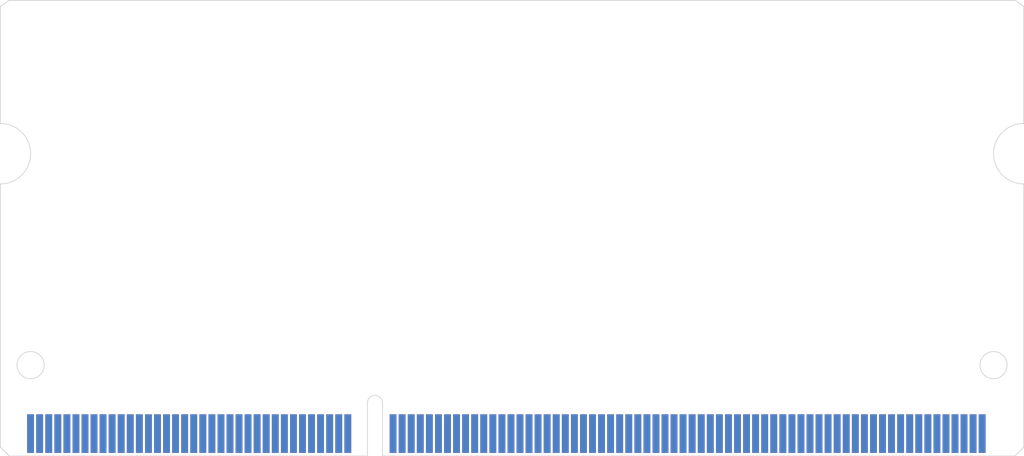
<source format=kicad_pcb>
(kicad_pcb (version 20211014) (generator pcbnew)
  (layers (0 "F.Cu" signal) (31 "B.Cu" signal) (34 "B.Paste" user) (35 "F.Paste" user) (36 "B.SilkS" user "B.Silkscreen") (37 "F.SilkS" user "F.Silkscreen") (38 "B.Mask" user) (39 "F.Mask" user) (44 "Edge.Cuts" user))
  (net 0 "")
  (net 1 "VDD")
  (net 2 "VSS")
  (net 3 "DQ15")
  (net 4 "DQ14")
  (net 5 "VTT")
  (footprint "DDR3_SODIMM:DDR3_SODIMM" (layer "F.Cu") (at 101.06 107.03)
    (fp_text reference "U1" hide)
    (fp_text value "DDR3_SODIMM_PINOUT" hide)
    (pad "1" smd rect locked (at 0 0) (size 0.45 2.55) (layers "F.Cu" "F.Paste" "F.Mask") (net 1 "VDD"))
    (pad "2" smd rect locked (at 0 0) (size 0.45 2.55) (layers "B.Cu" "B.Paste" "B.Mask") (net 2 "VSS"))
    (pad "3" smd rect locked (at 0.6 0) (size 0.45 2.55) (layers "F.Cu" "F.Paste" "F.Mask") (net 2 "VSS"))
    (pad "4" smd rect locked (at 0.6 0) (size 0.45 2.55) (layers "B.Cu" "B.Paste" "B.Mask"))
    (pad "5" smd rect locked (at 1.2 0) (size 0.45 2.55) (layers "F.Cu" "F.Paste" "F.Mask"))
    (pad "6" smd rect locked (at 1.2 0) (size 0.45 2.55) (layers "B.Cu" "B.Paste" "B.Mask"))
    (pad "7" smd rect locked (at 1.8 0) (size 0.45 2.55) (layers "F.Cu" "F.Paste" "F.Mask"))
    (pad "8" smd rect locked (at 1.8 0) (size 0.45 2.55) (layers "B.Cu" "B.Paste" "B.Mask") (net 2 "VSS"))
    (pad "9" smd rect locked (at 2.4 0) (size 0.45 2.55) (layers "F.Cu" "F.Paste" "F.Mask") (net 2 "VSS"))
    (pad "10" smd rect locked (at 2.4 0) (size 0.45 2.55) (layers "B.Cu" "B.Paste" "B.Mask"))
    (pad "11" smd rect locked (at 3 0) (size 0.45 2.55) (layers "F.Cu" "F.Paste" "F.Mask"))
    (pad "12" smd rect locked (at 3 0) (size 0.45 2.55) (layers "B.Cu" "B.Paste" "B.Mask"))
    (pad "13" smd rect locked (at 3.6 0) (size 0.45 2.55) (layers "F.Cu" "F.Paste" "F.Mask") (net 2 "VSS"))
    (pad "14" smd rect locked (at 3.6 0) (size 0.45 2.55) (layers "B.Cu" "B.Paste" "B.Mask") (net 2 "VSS"))
    (pad "15" smd rect locked (at 4.2 0) (size 0.45 2.55) (layers "F.Cu" "F.Paste" "F.Mask"))
    (pad "16" smd rect locked (at 4.2 0) (size 0.45 2.55) (layers "B.Cu" "B.Paste" "B.Mask"))
    (pad "17" smd rect locked (at 4.8 0) (size 0.45 2.55) (layers "F.Cu" "F.Paste" "F.Mask"))
    (pad "18" smd rect locked (at 4.8 0) (size 0.45 2.55) (layers "B.Cu" "B.Paste" "B.Mask"))
    (pad "19" smd rect locked (at 5.4 0) (size 0.45 2.55) (layers "F.Cu" "F.Paste" "F.Mask") (net 2 "VSS"))
    (pad "20" smd rect locked (at 5.4 0) (size 0.45 2.55) (layers "B.Cu" "B.Paste" "B.Mask") (net 2 "VSS"))
    (pad "21" smd rect locked (at 6 0) (size 0.45 2.55) (layers "F.Cu" "F.Paste" "F.Mask"))
    (pad "22" smd rect locked (at 6 0) (size 0.45 2.55) (layers "B.Cu" "B.Paste" "B.Mask"))
    (pad "23" smd rect locked (at 6.6 0) (size 0.45 2.55) (layers "F.Cu" "F.Paste" "F.Mask"))
    (pad "24" smd rect locked (at 6.6 0) (size 0.45 2.55) (layers "B.Cu" "B.Paste" "B.Mask"))
    (pad "25" smd rect locked (at 7.2 0) (size 0.45 2.55) (layers "F.Cu" "F.Paste" "F.Mask") (net 2 "VSS"))
    (pad "26" smd rect locked (at 7.2 0) (size 0.45 2.55) (layers "B.Cu" "B.Paste" "B.Mask") (net 2 "VSS"))
    (pad "27" smd rect locked (at 7.8 0) (size 0.45 2.55) (layers "F.Cu" "F.Paste" "F.Mask"))
    (pad "28" smd rect locked (at 7.8 0) (size 0.45 2.55) (layers "B.Cu" "B.Paste" "B.Mask"))
    (pad "29" smd rect locked (at 8.4 0) (size 0.45 2.55) (layers "F.Cu" "F.Paste" "F.Mask"))
    (pad "30" smd rect locked (at 8.4 0) (size 0.45 2.55) (layers "B.Cu" "B.Paste" "B.Mask") (net 3 "DQ15"))
    (pad "31" smd rect locked (at 9 0) (size 0.45 2.55) (layers "F.Cu" "F.Paste" "F.Mask") (net 2 "VSS"))
    (pad "32" smd rect locked (at 9 0) (size 0.45 2.55) (layers "B.Cu" "B.Paste" "B.Mask") (net 2 "VSS"))
    (pad "33" smd rect locked (at 9.6 0) (size 0.45 2.55) (layers "F.Cu" "F.Paste" "F.Mask"))
    (pad "34" smd rect locked (at 9.6 0) (size 0.45 2.55) (layers "B.Cu" "B.Paste" "B.Mask"))
    (pad "35" smd rect locked (at 10.2 0) (size 0.45 2.55) (layers "F.Cu" "F.Paste" "F.Mask"))
    (pad "36" smd rect locked (at 10.2 0) (size 0.45 2.55) (layers "B.Cu" "B.Paste" "B.Mask"))
    (pad "37" smd rect locked (at 10.8 0) (size 0.45 2.55) (layers "F.Cu" "F.Paste" "F.Mask") (net 2 "VSS"))
    (pad "38" smd rect locked (at 10.8 0) (size 0.45 2.55) (layers "B.Cu" "B.Paste" "B.Mask") (net 2 "VSS"))
    (pad "39" smd rect locked (at 11.4 0) (size 0.45 2.55) (layers "F.Cu" "F.Paste" "F.Mask"))
    (pad "40" smd rect locked (at 11.4 0) (size 0.45 2.55) (layers "B.Cu" "B.Paste" "B.Mask"))
    (pad "41" smd rect locked (at 12 0) (size 0.45 2.55) (layers "F.Cu" "F.Paste" "F.Mask"))
    (pad "42" smd rect locked (at 12 0) (size 0.45 2.55) (layers "B.Cu" "B.Paste" "B.Mask"))
    (pad "43" smd rect locked (at 12.6 0) (size 0.45 2.55) (layers "F.Cu" "F.Paste" "F.Mask") (net 2 "VSS"))
    (pad "44" smd rect locked (at 12.6 0) (size 0.45 2.55) (layers "B.Cu" "B.Paste" "B.Mask") (net 2 "VSS"))
    (pad "45" smd rect locked (at 13.2 0) (size 0.45 2.55) (layers "F.Cu" "F.Paste" "F.Mask"))
    (pad "46" smd rect locked (at 13.2 0) (size 0.45 2.55) (layers "B.Cu" "B.Paste" "B.Mask"))
    (pad "47" smd rect locked (at 13.8 0) (size 0.45 2.55) (layers "F.Cu" "F.Paste" "F.Mask"))
    (pad "48" smd rect locked (at 13.8 0) (size 0.45 2.55) (layers "B.Cu" "B.Paste" "B.Mask") (net 2 "VSS"))
    (pad "49" smd rect locked (at 14.4 0) (size 0.45 2.55) (layers "F.Cu" "F.Paste" "F.Mask") (net 2 "VSS"))
    (pad "50" smd rect locked (at 14.4 0) (size 0.45 2.55) (layers "B.Cu" "B.Paste" "B.Mask"))
    (pad "51" smd rect locked (at 15 0) (size 0.45 2.55) (layers "F.Cu" "F.Paste" "F.Mask"))
    (pad "52" smd rect locked (at 15 0) (size 0.45 2.55) (layers "B.Cu" "B.Paste" "B.Mask"))
    (pad "53" smd rect locked (at 15.6 0) (size 0.45 2.55) (layers "F.Cu" "F.Paste" "F.Mask"))
    (pad "54" smd rect locked (at 15.6 0) (size 0.45 2.55) (layers "B.Cu" "B.Paste" "B.Mask") (net 2 "VSS"))
    (pad "55" smd rect locked (at 16.2 0) (size 0.45 2.55) (layers "F.Cu" "F.Paste" "F.Mask") (net 2 "VSS"))
    (pad "56" smd rect locked (at 16.2 0) (size 0.45 2.55) (layers "B.Cu" "B.Paste" "B.Mask"))
    (pad "57" smd rect locked (at 16.8 0) (size 0.45 2.55) (layers "F.Cu" "F.Paste" "F.Mask"))
    (pad "58" smd rect locked (at 16.8 0) (size 0.45 2.55) (layers "B.Cu" "B.Paste" "B.Mask"))
    (pad "59" smd rect locked (at 17.4 0) (size 0.45 2.55) (layers "F.Cu" "F.Paste" "F.Mask"))
    (pad "60" smd rect locked (at 17.4 0) (size 0.45 2.55) (layers "B.Cu" "B.Paste" "B.Mask") (net 2 "VSS"))
    (pad "61" smd rect locked (at 18 0) (size 0.45 2.55) (layers "F.Cu" "F.Paste" "F.Mask") (net 2 "VSS"))
    (pad "62" smd rect locked (at 18 0) (size 0.45 2.55) (layers "B.Cu" "B.Paste" "B.Mask"))
    (pad "63" smd rect locked (at 18.6 0) (size 0.45 2.55) (layers "F.Cu" "F.Paste" "F.Mask"))
    (pad "64" smd rect locked (at 18.6 0) (size 0.45 2.55) (layers "B.Cu" "B.Paste" "B.Mask"))
    (pad "65" smd rect locked (at 19.2 0) (size 0.45 2.55) (layers "F.Cu" "F.Paste" "F.Mask") (net 2 "VSS"))
    (pad "66" smd rect locked (at 19.2 0) (size 0.45 2.55) (layers "B.Cu" "B.Paste" "B.Mask") (net 2 "VSS"))
    (pad "67" smd rect locked (at 19.8 0) (size 0.45 2.55) (layers "F.Cu" "F.Paste" "F.Mask"))
    (pad "68" smd rect locked (at 19.8 0) (size 0.45 2.55) (layers "B.Cu" "B.Paste" "B.Mask"))
    (pad "69" smd rect locked (at 20.4 0) (size 0.45 2.55) (layers "F.Cu" "F.Paste" "F.Mask"))
    (pad "70" smd rect locked (at 20.4 0) (size 0.45 2.55) (layers "B.Cu" "B.Paste" "B.Mask"))
    (pad "71" smd rect locked (at 21 0) (size 0.45 2.55) (layers "F.Cu" "F.Paste" "F.Mask") (net 2 "VSS"))
    (pad "72" smd rect locked (at 21 0) (size 0.45 2.55) (layers "B.Cu" "B.Paste" "B.Mask") (net 2 "VSS"))
    (pad "73" smd rect locked (at 24 0) (size 0.45 2.55) (layers "F.Cu" "F.Paste" "F.Mask") (net 4 "DQ14"))
    (pad "74" smd rect locked (at 24 0) (size 0.45 2.55) (layers "B.Cu" "B.Paste" "B.Mask") (net 3 "DQ15"))
    (pad "75" smd rect locked (at 24.6 0) (size 0.45 2.55) (layers "F.Cu" "F.Paste" "F.Mask") (net 1 "VDD"))
    (pad "76" smd rect locked (at 24.6 0) (size 0.45 2.55) (layers "B.Cu" "B.Paste" "B.Mask") (net 1 "VDD"))
    (pad "77" smd rect locked (at 25.2 0) (size 0.45 2.55) (layers "F.Cu" "F.Paste" "F.Mask"))
    (pad "78" smd rect locked (at 25.2 0) (size 0.45 2.55) (layers "B.Cu" "B.Paste" "B.Mask"))
    (pad "79" smd rect locked (at 25.8 0) (size 0.45 2.55) (layers "F.Cu" "F.Paste" "F.Mask") (net 3 "DQ15"))
    (pad "80" smd rect locked (at 25.8 0) (size 0.45 2.55) (layers "B.Cu" "B.Paste" "B.Mask"))
    (pad "81" smd rect locked (at 26.4 0) (size 0.45 2.55) (layers "F.Cu" "F.Paste" "F.Mask") (net 1 "VDD"))
    (pad "82" smd rect locked (at 26.4 0) (size 0.45 2.55) (layers "B.Cu" "B.Paste" "B.Mask") (net 1 "VDD"))
    (pad "83" smd rect locked (at 27 0) (size 0.45 2.55) (layers "F.Cu" "F.Paste" "F.Mask"))
    (pad "84" smd rect locked (at 27 0) (size 0.45 2.55) (layers "B.Cu" "B.Paste" "B.Mask"))
    (pad "85" smd rect locked (at 27.6 0) (size 0.45 2.55) (layers "F.Cu" "F.Paste" "F.Mask"))
    (pad "86" smd rect locked (at 27.6 0) (size 0.45 2.55) (layers "B.Cu" "B.Paste" "B.Mask"))
    (pad "87" smd rect locked (at 28.2 0) (size 0.45 2.55) (layers "F.Cu" "F.Paste" "F.Mask") (net 1 "VDD"))
    (pad "88" smd rect locked (at 28.2 0) (size 0.45 2.55) (layers "B.Cu" "B.Paste" "B.Mask") (net 1 "VDD"))
    (pad "89" smd rect locked (at 28.8 0) (size 0.45 2.55) (layers "F.Cu" "F.Paste" "F.Mask"))
    (pad "90" smd rect locked (at 28.8 0) (size 0.45 2.55) (layers "B.Cu" "B.Paste" "B.Mask"))
    (pad "91" smd rect locked (at 29.4 0) (size 0.45 2.55) (layers "F.Cu" "F.Paste" "F.Mask"))
    (pad "92" smd rect locked (at 29.4 0) (size 0.45 2.55) (layers "B.Cu" "B.Paste" "B.Mask"))
    (pad "93" smd rect locked (at 30 0) (size 0.45 2.55) (layers "F.Cu" "F.Paste" "F.Mask") (net 1 "VDD"))
    (pad "94" smd rect locked (at 30 0) (size 0.45 2.55) (layers "B.Cu" "B.Paste" "B.Mask") (net 1 "VDD"))
    (pad "95" smd rect locked (at 30.6 0) (size 0.45 2.55) (layers "F.Cu" "F.Paste" "F.Mask"))
    (pad "96" smd rect locked (at 30.6 0) (size 0.45 2.55) (layers "B.Cu" "B.Paste" "B.Mask"))
    (pad "97" smd rect locked (at 31.2 0) (size 0.45 2.55) (layers "F.Cu" "F.Paste" "F.Mask"))
    (pad "98" smd rect locked (at 31.2 0) (size 0.45 2.55) (layers "B.Cu" "B.Paste" "B.Mask"))
    (pad "99" smd rect locked (at 31.8 0) (size 0.45 2.55) (layers "F.Cu" "F.Paste" "F.Mask") (net 1 "VDD"))
    (pad "100" smd rect locked (at 31.8 0) (size 0.45 2.55) (layers "B.Cu" "B.Paste" "B.Mask") (net 1 "VDD"))
    (pad "101" smd rect locked (at 32.4 0) (size 0.45 2.55) (layers "F.Cu" "F.Paste" "F.Mask") (net 4 "DQ14"))
    (pad "102" smd rect locked (at 32.4 0) (size 0.45 2.55) (layers "B.Cu" "B.Paste" "B.Mask") (net 4 "DQ14"))
    (pad "103" smd rect locked (at 33 0) (size 0.45 2.55) (layers "F.Cu" "F.Paste" "F.Mask") (net 3 "DQ15"))
    (pad "104" smd rect locked (at 33 0) (size 0.45 2.55) (layers "B.Cu" "B.Paste" "B.Mask") (net 3 "DQ15"))
    (pad "105" smd rect locked (at 33.6 0) (size 0.45 2.55) (layers "F.Cu" "F.Paste" "F.Mask") (net 1 "VDD"))
    (pad "106" smd rect locked (at 33.6 0) (size 0.45 2.55) (layers "B.Cu" "B.Paste" "B.Mask") (net 1 "VDD"))
    (pad "107" smd rect locked (at 34.2 0) (size 0.45 2.55) (layers "F.Cu" "F.Paste" "F.Mask"))
    (pad "108" smd rect locked (at 34.2 0) (size 0.45 2.55) (layers "B.Cu" "B.Paste" "B.Mask") (net 4 "DQ14"))
    (pad "109" smd rect locked (at 34.8 0) (size 0.45 2.55) (layers "F.Cu" "F.Paste" "F.Mask") (net 4 "DQ14"))
    (pad "110" smd rect locked (at 34.8 0) (size 0.45 2.55) (layers "B.Cu" "B.Paste" "B.Mask") (net 3 "DQ15"))
    (pad "111" smd rect locked (at 35.4 0) (size 0.45 2.55) (layers "F.Cu" "F.Paste" "F.Mask") (net 1 "VDD"))
    (pad "112" smd rect locked (at 35.4 0) (size 0.45 2.55) (layers "B.Cu" "B.Paste" "B.Mask") (net 1 "VDD"))
    (pad "113" smd rect locked (at 36 0) (size 0.45 2.55) (layers "F.Cu" "F.Paste" "F.Mask") (net 3 "DQ15"))
    (pad "114" smd rect locked (at 36 0) (size 0.45 2.55) (layers "B.Cu" "B.Paste" "B.Mask"))
    (pad "115" smd rect locked (at 36.6 0) (size 0.45 2.55) (layers "F.Cu" "F.Paste" "F.Mask") (net 4 "DQ14"))
    (pad "116" smd rect locked (at 36.6 0) (size 0.45 2.55) (layers "B.Cu" "B.Paste" "B.Mask") (net 4 "DQ14"))
    (pad "117" smd rect locked (at 37.2 0) (size 0.45 2.55) (layers "F.Cu" "F.Paste" "F.Mask") (net 1 "VDD"))
    (pad "118" smd rect locked (at 37.2 0) (size 0.45 2.55) (layers "B.Cu" "B.Paste" "B.Mask") (net 1 "VDD"))
    (pad "119" smd rect locked (at 37.8 0) (size 0.45 2.55) (layers "F.Cu" "F.Paste" "F.Mask"))
    (pad "120" smd rect locked (at 37.8 0) (size 0.45 2.55) (layers "B.Cu" "B.Paste" "B.Mask") (net 3 "DQ15"))
    (pad "121" smd rect locked (at 38.4 0) (size 0.45 2.55) (layers "F.Cu" "F.Paste" "F.Mask"))
    (pad "122" smd rect locked (at 38.4 0) (size 0.45 2.55) (layers "B.Cu" "B.Paste" "B.Mask"))
    (pad "123" smd rect locked (at 39 0) (size 0.45 2.55) (layers "F.Cu" "F.Paste" "F.Mask") (net 1 "VDD"))
    (pad "124" smd rect locked (at 39 0) (size 0.45 2.55) (layers "B.Cu" "B.Paste" "B.Mask") (net 1 "VDD"))
    (pad "125" smd rect locked (at 39.6 0) (size 0.45 2.55) (layers "F.Cu" "F.Paste" "F.Mask"))
    (pad "126" smd rect locked (at 39.6 0) (size 0.45 2.55) (layers "B.Cu" "B.Paste" "B.Mask") (net 1 "VDD"))
    (pad "127" smd rect locked (at 40.2 0) (size 0.45 2.55) (layers "F.Cu" "F.Paste" "F.Mask") (net 2 "VSS"))
    (pad "128" smd rect locked (at 40.2 0) (size 0.45 2.55) (layers "B.Cu" "B.Paste" "B.Mask") (net 2 "VSS"))
    (pad "129" smd rect locked (at 40.8 0) (size 0.45 2.55) (layers "F.Cu" "F.Paste" "F.Mask"))
    (pad "130" smd rect locked (at 40.8 0) (size 0.45 2.55) (layers "B.Cu" "B.Paste" "B.Mask"))
    (pad "131" smd rect locked (at 41.4 0) (size 0.45 2.55) (layers "F.Cu" "F.Paste" "F.Mask"))
    (pad "132" smd rect locked (at 41.4 0) (size 0.45 2.55) (layers "B.Cu" "B.Paste" "B.Mask"))
    (pad "133" smd rect locked (at 42 0) (size 0.45 2.55) (layers "F.Cu" "F.Paste" "F.Mask") (net 2 "VSS"))
    (pad "134" smd rect locked (at 42 0) (size 0.45 2.55) (layers "B.Cu" "B.Paste" "B.Mask") (net 2 "VSS"))
    (pad "135" smd rect locked (at 42.6 0) (size 0.45 2.55) (layers "F.Cu" "F.Paste" "F.Mask"))
    (pad "136" smd rect locked (at 42.6 0) (size 0.45 2.55) (layers "B.Cu" "B.Paste" "B.Mask"))
    (pad "137" smd rect locked (at 43.2 0) (size 0.45 2.55) (layers "F.Cu" "F.Paste" "F.Mask"))
    (pad "138" smd rect locked (at 43.2 0) (size 0.45 2.55) (layers "B.Cu" "B.Paste" "B.Mask") (net 2 "VSS"))
    (pad "139" smd rect locked (at 43.8 0) (size 0.45 2.55) (layers "F.Cu" "F.Paste" "F.Mask") (net 2 "VSS"))
    (pad "140" smd rect locked (at 43.8 0) (size 0.45 2.55) (layers "B.Cu" "B.Paste" "B.Mask"))
    (pad "141" smd rect locked (at 44.4 0) (size 0.45 2.55) (layers "F.Cu" "F.Paste" "F.Mask"))
    (pad "142" smd rect locked (at 44.4 0) (size 0.45 2.55) (layers "B.Cu" "B.Paste" "B.Mask"))
    (pad "143" smd rect locked (at 45 0) (size 0.45 2.55) (layers "F.Cu" "F.Paste" "F.Mask"))
    (pad "144" smd rect locked (at 45 0) (size 0.45 2.55) (layers "B.Cu" "B.Paste" "B.Mask") (net 2 "VSS"))
    (pad "145" smd rect locked (at 45.6 0) (size 0.45 2.55) (layers "F.Cu" "F.Paste" "F.Mask") (net 2 "VSS"))
    (pad "146" smd rect locked (at 45.6 0) (size 0.45 2.55) (layers "B.Cu" "B.Paste" "B.Mask"))
    (pad "147" smd rect locked (at 46.2 0) (size 0.45 2.55) (layers "F.Cu" "F.Paste" "F.Mask"))
    (pad "148" smd rect locked (at 46.2 0) (size 0.45 2.55) (layers "B.Cu" "B.Paste" "B.Mask"))
    (pad "149" smd rect locked (at 46.8 0) (size 0.45 2.55) (layers "F.Cu" "F.Paste" "F.Mask"))
    (pad "150" smd rect locked (at 46.8 0) (size 0.45 2.55) (layers "B.Cu" "B.Paste" "B.Mask") (net 2 "VSS"))
    (pad "151" smd rect locked (at 47.4 0) (size 0.45 2.55) (layers "F.Cu" "F.Paste" "F.Mask") (net 2 "VSS"))
    (pad "152" smd rect locked (at 47.4 0) (size 0.45 2.55) (layers "B.Cu" "B.Paste" "B.Mask"))
    (pad "153" smd rect locked (at 48 0) (size 0.45 2.55) (layers "F.Cu" "F.Paste" "F.Mask"))
    (pad "154" smd rect locked (at 48 0) (size 0.45 2.55) (layers "B.Cu" "B.Paste" "B.Mask"))
    (pad "155" smd rect locked (at 48.6 0) (size 0.45 2.55) (layers "F.Cu" "F.Paste" "F.Mask") (net 2 "VSS"))
    (pad "156" smd rect locked (at 48.6 0) (size 0.45 2.55) (layers "B.Cu" "B.Paste" "B.Mask") (net 2 "VSS"))
    (pad "157" smd rect locked (at 49.2 0) (size 0.45 2.55) (layers "F.Cu" "F.Paste" "F.Mask"))
    (pad "158" smd rect locked (at 49.2 0) (size 0.45 2.55) (layers "B.Cu" "B.Paste" "B.Mask"))
    (pad "159" smd rect locked (at 49.8 0) (size 0.45 2.55) (layers "F.Cu" "F.Paste" "F.Mask"))
    (pad "160" smd rect locked (at 49.8 0) (size 0.45 2.55) (layers "B.Cu" "B.Paste" "B.Mask"))
    (pad "161" smd rect locked (at 50.4 0) (size 0.45 2.55) (layers "F.Cu" "F.Paste" "F.Mask") (net 2 "VSS"))
    (pad "162" smd rect locked (at 50.4 0) (size 0.45 2.55) (layers "B.Cu" "B.Paste" "B.Mask") (net 2 "VSS"))
    (pad "163" smd rect locked (at 51 0) (size 0.45 2.55) (layers "F.Cu" "F.Paste" "F.Mask"))
    (pad "164" smd rect locked (at 51 0) (size 0.45 2.55) (layers "B.Cu" "B.Paste" "B.Mask"))
    (pad "165" smd rect locked (at 51.6 0) (size 0.45 2.55) (layers "F.Cu" "F.Paste" "F.Mask"))
    (pad "166" smd rect locked (at 51.6 0) (size 0.45 2.55) (layers "B.Cu" "B.Paste" "B.Mask"))
    (pad "167" smd rect locked (at 52.2 0) (size 0.45 2.55) (layers "F.Cu" "F.Paste" "F.Mask") (net 2 "VSS"))
    (pad "168" smd rect locked (at 52.2 0) (size 0.45 2.55) (layers "B.Cu" "B.Paste" "B.Mask") (net 2 "VSS"))
    (pad "169" smd rect locked (at 52.8 0) (size 0.45 2.55) (layers "F.Cu" "F.Paste" "F.Mask"))
    (pad "170" smd rect locked (at 52.8 0) (size 0.45 2.55) (layers "B.Cu" "B.Paste" "B.Mask"))
    (pad "171" smd rect locked (at 53.4 0) (size 0.45 2.55) (layers "F.Cu" "F.Paste" "F.Mask"))
    (pad "172" smd rect locked (at 53.4 0) (size 0.45 2.55) (layers "B.Cu" "B.Paste" "B.Mask") (net 2 "VSS"))
    (pad "173" smd rect locked (at 54 0) (size 0.45 2.55) (layers "F.Cu" "F.Paste" "F.Mask") (net 2 "VSS"))
    (pad "174" smd rect locked (at 54 0) (size 0.45 2.55) (layers "B.Cu" "B.Paste" "B.Mask"))
    (pad "175" smd rect locked (at 54.6 0) (size 0.45 2.55) (layers "F.Cu" "F.Paste" "F.Mask"))
    (pad "176" smd rect locked (at 54.6 0) (size 0.45 2.55) (layers "B.Cu" "B.Paste" "B.Mask"))
    (pad "177" smd rect locked (at 55.2 0) (size 0.45 2.55) (layers "F.Cu" "F.Paste" "F.Mask"))
    (pad "178" smd rect locked (at 55.2 0) (size 0.45 2.55) (layers "B.Cu" "B.Paste" "B.Mask") (net 2 "VSS"))
    (pad "179" smd rect locked (at 55.8 0) (size 0.45 2.55) (layers "F.Cu" "F.Paste" "F.Mask") (net 2 "VSS"))
    (pad "180" smd rect locked (at 55.8 0) (size 0.45 2.55) (layers "B.Cu" "B.Paste" "B.Mask"))
    (pad "181" smd rect locked (at 56.4 0) (size 0.45 2.55) (layers "F.Cu" "F.Paste" "F.Mask"))
    (pad "182" smd rect locked (at 56.4 0) (size 0.45 2.55) (layers "B.Cu" "B.Paste" "B.Mask"))
    (pad "183" smd rect locked (at 57 0) (size 0.45 2.55) (layers "F.Cu" "F.Paste" "F.Mask"))
    (pad "184" smd rect locked (at 57 0) (size 0.45 2.55) (layers "B.Cu" "B.Paste" "B.Mask") (net 2 "VSS"))
    (pad "185" smd rect locked (at 57.6 0) (size 0.45 2.55) (layers "F.Cu" "F.Paste" "F.Mask") (net 2 "VSS"))
    (pad "186" smd rect locked (at 57.6 0) (size 0.45 2.55) (layers "B.Cu" "B.Paste" "B.Mask"))
    (pad "187" smd rect locked (at 58.2 0) (size 0.45 2.55) (layers "F.Cu" "F.Paste" "F.Mask"))
    (pad "188" smd rect locked (at 58.2 0) (size 0.45 2.55) (layers "B.Cu" "B.Paste" "B.Mask"))
    (pad "189" smd rect locked (at 58.8 0) (size 0.45 2.55) (layers "F.Cu" "F.Paste" "F.Mask") (net 2 "VSS"))
    (pad "190" smd rect locked (at 58.8 0) (size 0.45 2.55) (layers "B.Cu" "B.Paste" "B.Mask") (net 2 "VSS"))
    (pad "191" smd rect locked (at 59.4 0) (size 0.45 2.55) (layers "F.Cu" "F.Paste" "F.Mask"))
    (pad "192" smd rect locked (at 59.4 0) (size 0.45 2.55) (layers "B.Cu" "B.Paste" "B.Mask"))
    (pad "193" smd rect locked (at 60 0) (size 0.45 2.55) (layers "F.Cu" "F.Paste" "F.Mask"))
    (pad "194" smd rect locked (at 60 0) (size 0.45 2.55) (layers "B.Cu" "B.Paste" "B.Mask"))
    (pad "195" smd rect locked (at 60.6 0) (size 0.45 2.55) (layers "F.Cu" "F.Paste" "F.Mask") (net 2 "VSS"))
    (pad "196" smd rect locked (at 60.6 0) (size 0.45 2.55) (layers "B.Cu" "B.Paste" "B.Mask") (net 2 "VSS"))
    (pad "197" smd rect locked (at 61.2 0) (size 0.45 2.55) (layers "F.Cu" "F.Paste" "F.Mask") (net 4 "DQ14"))
    (pad "198" smd rect locked (at 61.2 0) (size 0.45 2.55) (layers "B.Cu" "B.Paste" "B.Mask"))
    (pad "199" smd rect locked (at 61.8 0) (size 0.45 2.55) (layers "F.Cu" "F.Paste" "F.Mask") (net 1 "VDD"))
    (pad "200" smd rect locked (at 61.8 0) (size 0.45 2.55) (layers "B.Cu" "B.Paste" "B.Mask") (net 4 "DQ14"))
    (pad "201" smd rect locked (at 62.4 0) (size 0.45 2.55) (layers "F.Cu" "F.Paste" "F.Mask") (net 3 "DQ15"))
    (pad "202" smd rect locked (at 62.4 0) (size 0.45 2.55) (layers "B.Cu" "B.Paste" "B.Mask") (net 3 "DQ15"))
    (pad "203" smd rect locked (at 63 0) (size 0.45 2.55) (layers "F.Cu" "F.Paste" "F.Mask") (net 5 "VTT"))
    (pad "204" smd rect locked (at 63 0) (size 0.45 2.55) (layers "B.Cu" "B.Paste" "B.Mask") (net 5 "VTT"))
  )
  (gr_line (start 166.24 108.5) (end 124.36 108.5) (layer "Edge.Cuts") (width 0.05))
  (gr_circle (center 101.06 102.5) (end 101.96 102.5) (layer "Edge.Cuts") (width 0.05) (fill none))
  (gr_line (start 123.36 108.5) (end 99.63 108.5) (layer "Edge.Cuts") (width 0.05))
  (gr_line (start 166.81 107.93) (end 166.24 108.5) (layer "Edge.Cuts") (width 0.05))
  (gr_circle (center 164.81 102.5) (end 165.71 102.5) (layer "Edge.Cuts") (width 0.05) (fill none))
  (gr_line (start 166.24 78.35) (end 166.81 78.74) (layer "Edge.Cuts") (width 0.05))
  (gr_line (start 124.36 108.5) (end 124.36 105) (layer "Edge.Cuts") (width 0.05))
  (gr_line (start 99.06 78.74) (end 99.63 78.35) (layer "Edge.Cuts") (width 0.05))
  (gr_line (start 99.06 86.5) (end 99.06 78.74) (layer "Edge.Cuts") (width 0.05))
  (gr_line (start 166.81 90.5) (end 166.81 107.93) (layer "Edge.Cuts") (width 0.05))
  (gr_line (start 166.81 78.74) (end 166.81 86.5) (layer "Edge.Cuts") (width 0.05))
  (gr_arc (start 99.06 86.5) (mid 101.06 88.5) (end 99.06 90.5) (layer "Edge.Cuts") (width 0.05))
  (gr_line (start 99.06 107.93) (end 99.06 90.5) (layer "Edge.Cuts") (width 0.05))
  (gr_line (start 99.63 78.35) (end 166.24 78.35) (layer "Edge.Cuts") (width 0.05))
  (gr_line (start 99.63 108.5) (end 99.06 107.93) (layer "Edge.Cuts") (width 0.05))
  (gr_arc (start 123.36 105) (mid 123.86 104.5) (end 124.36 105) (layer "Edge.Cuts") (width 0.05))
  (gr_line (start 123.36 105) (end 123.36 108.5) (layer "Edge.Cuts") (width 0.05))
  (gr_arc (start 166.81 90.5) (mid 164.81 88.5) (end 166.81 86.5) (layer "Edge.Cuts") (width 0.05))
)
</source>
